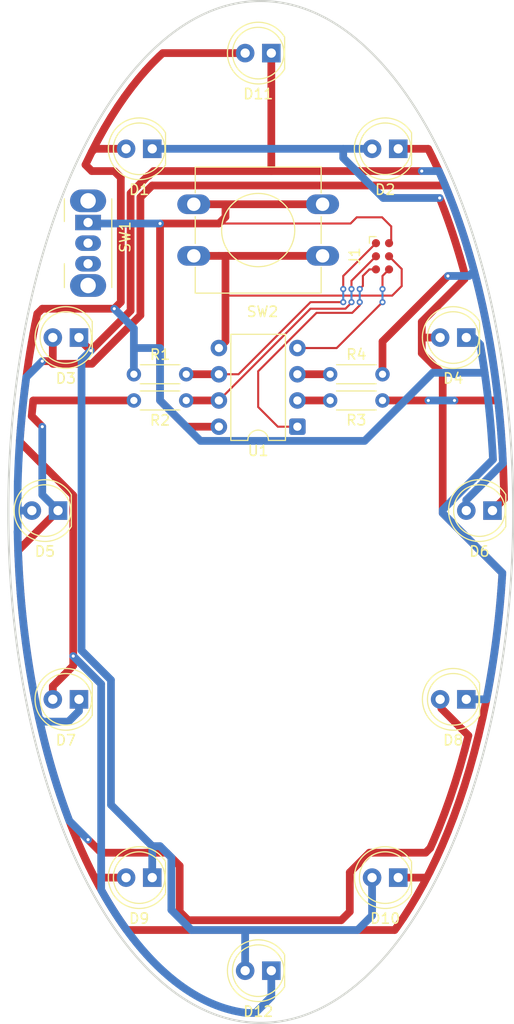
<source format=kicad_pcb>
(kicad_pcb (version 20241229) (generator "pcbnew") (generator_version "9.0")
  (layers (0 "F.Cu" signal) (2 "B.Cu" signal) (13 "F.Paste" user) (15 "B.Paste" user) (5 "F.SilkS" user "F.Silkscreen") (7 "B.SilkS" user "B.Silkscreen") (1 "F.Mask" user) (3 "B.Mask" user) (25 "Edge.Cuts" user))
  (net 0 "")
  (net 1 "Net-(D1-K)")
  (net 2 "/MOSI{slash}ARD11")
  (net 3 "Net-(D2-K)")
  (net 4 "/MISO{slash}ARD12")
  (net 5 "Net-(D1-A)")
  (net 6 "+VE")
  (net 7 "GND")
  (net 8 "/SCK{slash}ARD13")
  (net 9 "Net-(D10-A)")
  (net 10 "/Reset{slash}ARD10")
  (net 11 "Net-(U1-XTAL1{slash}PB3)")
  (net 12 "Net-(U1-XTAL2{slash}PB4)")
  (net 14 "Net-(BT1-+)")
  (footprint "Resistor_THT:R_Axial_DIN0204_L3.6mm_D1.6mm_P5.08mm_Horizontal" (layer "F.Cu") (at 68.58 88.9 180)
    (property "Reference" "R1")
    (property "Value" "390")
  )
  (footprint "LED_THT:LED_D5.0mm" (layer "F.Cu") (at 89.159 137.668 180)
    (property "Reference" "D10")
    (property "Value" "5b")
  )
  (footprint "LED_THT:LED_D5.0mm" (layer "F.Cu") (at 58.171 120.396 180)
    (property "Reference" "D7")
    (property "Value" "4a")
  )
  (footprint "LED_THT:LED_D5.0mm" (layer "F.Cu") (at 65.283 137.668 180)
    (property "Reference" "D9")
    (property "Value" "5a")
  )
  (footprint "LED_THT:LED_D5.0mm" (layer "F.Cu") (at 95.763 120.396 180)
    (property "Reference" "D8")
    (property "Value" "4b")
  )
  (footprint "Button_Switch_THT:SW_PUSH-12mm" (layer "F.Cu") (at 81.815 77.43 180)
    (property "Reference" "SW2")
    (property "Value" "SW_Push")
  )
  (footprint "LED_THT:LED_D5.0mm" (layer "F.Cu") (at 76.84 146.685 180)
    (property "Reference" "D12")
    (property "Value" "6b")
  )
  (footprint "Resistor_THT:R_Axial_DIN0204_L3.6mm_D1.6mm_P5.08mm_Horizontal" (layer "F.Cu") (at 68.58 91.44 180)
    (property "Reference" "R2")
    (property "Value" "390")
  )
  (footprint "LED_THT:LED_D5.0mm" (layer "F.Cu") (at 56.139 102.108 180)
    (property "Reference" "D5")
    (property "Value" "2b")
  )
  (footprint "LED_THT:LED_D5.0mm" (layer "F.Cu") (at 76.84 57.785 180)
    (property "Reference" "D11")
    (property "Value" "6a")
  )
  (footprint "Resistor_THT:R_Axial_DIN0204_L3.6mm_D1.6mm_P5.08mm_Horizontal" (layer "F.Cu") (at 82.55 91.44)
    (property "Reference" "R3")
    (property "Value" "390")
  )
  (footprint "LED_THT:LED_D5.0mm" (layer "F.Cu") (at 58.171 85.344 180)
    (property "Reference" "D3")
    (property "Value" "3a")
  )
  (footprint "MountingHole:MountingHole_5mm" (layer "F.Cu") (at 83.185 60.325)
    (property "Reference" "Lanyard1" (hide yes))
    (property "Value" "MountingHole" (hide yes))
  )
  (footprint "Connector:Tag-Connect_TC2030-IDC-NL_2x03_P1.27mm_Vertical" (layer "F.Cu") (at 87.63 77.47 -90)
    (property "Reference" "J1")
    (property "Value" "ICSP")
  )
  (footprint "LED_THT:LED_D5.0mm" (layer "F.Cu") (at 98.303 102.108 180)
    (property "Reference" "D6")
    (property "Value" "3b")
  )
  (footprint "LED_THT:LED_D5.0mm" (layer "F.Cu") (at 65.283 67.056 180)
    (property "Reference" "D1")
    (property "Value" "1a")
  )
  (footprint "LED_THT:LED_D5.0mm" (layer "F.Cu") (at 89.159 67.056 180)
    (property "Reference" "D2")
    (property "Value" "2a")
  )
  (footprint "Resistor_THT:R_Axial_DIN0204_L3.6mm_D1.6mm_P5.08mm_Horizontal" (layer "F.Cu") (at 82.55 88.9)
    (property "Reference" "R4")
    (property "Value" "390")
  )
  (footprint "LED_THT:LED_D5.0mm" (layer "F.Cu") (at 95.763 85.344 180)
    (property "Reference" "D4")
    (property "Value" "1b")
  )
  (footprint "Package_DIP:DIP-8_W7.62mm" (layer "F.Cu") (at 79.37 93.98 180)
    (property "Reference" "U1")
    (property "Value" "ATtiny85-20P")
  )
  (footprint "Button_Switch_THT:SW_Slide_SPDT_Angled_CK_OS102011MA1Q" (layer "F.Cu") (at 59.055 74.2 -90)
    (property "Reference" "SW1")
    (property "Value" "SW_SPDT")
  )
  (gr_curve (pts (xy 75.813 52.74) (xy 62.282024 52.74) (xy 51.313 74.901905) (xy 51.313 102.24)) (stroke (width 0.2)) (layer "Edge.Cuts"))
  (gr_curve (pts (xy 100.313 102.24) (xy 100.313 74.901905) (xy 89.343976 52.74) (xy 75.813 52.74)) (stroke (width 0.2)) (layer "Edge.Cuts"))
  (gr_curve (pts (xy 75.813 151.74) (xy 89.343976 151.74) (xy 100.313 129.578095) (xy 100.313 102.24)) (stroke (width 0.2)) (layer "Edge.Cuts"))
  (gr_circle (center 75.813 102.24) (end 75.823 102.24) (stroke (width 0.0001)) (fill yes) (layer "Edge.Cuts"))
  (gr_curve (pts (xy 51.313 102.24) (xy 51.313 129.578095) (xy 62.282024 151.74) (xy 75.813 151.74)) (stroke (width 0.2)) (layer "Edge.Cuts"))
  (segment (start 98.950037 112.064861) (end 98.848641 113.023294) (width 0.75) (layer "F.Cu") (net 1))
  (segment (start 94.536002 131.789109) (end 93.983129 133.208906) (width 0.75) (layer "F.Cu") (net 1))
  (segment (start 58.541671 135.307445) (end 58.841305 135.956304) (width 0.75) (layer "F.Cu") (net 1))
  (segment (start 98.848641 113.023294) (end 98.737958 113.975494) (width 0.75) (layer "F.Cu") (net 1))
  (segment (start 93.354607 72.264385) (end 93.178254 71.821378) (width 0.75) (layer "F.Cu") (net 1))
  (segment (start 57.385557 132.56164) (end 57.666703 133.267892) (width 0.75) (layer "F.Cu") (net 1))
  (segment (start 93.472 88.9) (end 93.472 102.362) (width 0.75) (layer "F.Cu") (net 1))
  (segment (start 53.576335 118.625189) (end 53.740144 119.530603) (width 0.75) (layer "F.Cu") (net 1))
  (segment (start 59.919594 137.668) (end 62.743 137.668) (width 0.75) (layer "F.Cu") (net 1))
  (segment (start 61.045673 140.09515) (end 61.371054 140.624336) (width 0.75) (layer "F.Cu") (net 1))
  (segment (start 53.274585 116.789427) (end 53.421131 117.711491) (width 0.75) (layer "F.Cu") (net 1))
  (segment (start 94.410485 75.186683) (end 94.155326 74.43717) (width 0.75) (layer "F.Cu") (net 1))
  (segment (start 59.76674 137.820854) (end 59.919594 137.668) (width 0.75) (layer "F.Cu") (net 1))
  (segment (start 58.841305 135.956304) (end 59.146541 136.593739) (width 0.75) (layer "F.Cu") (net 1))
  (segment (start 92.82129 135.878167) (end 92.216034 137.125583) (width 0.75) (layer "F.Cu") (net 1))
  (segment (start 55.112989 125.596026) (end 55.33965 126.420462) (width 0.75) (layer "F.Cu") (net 1))
  (segment (start 53.421131 117.711491) (end 53.576335 118.625189) (width 0.75) (layer "F.Cu") (net 1))
  (segment (start 56.572305 130.354869) (end 56.83804 131.104779) (width 0.75) (layer "F.Cu") (net 1))
  (segment (start 95.370849 78.317003) (end 95.14076 77.516794) (width 0.75) (layer "F.Cu") (net 1))
  (segment (start 96.51766 125.578551) (end 96.060285 127.207036) (width 0.75) (layer "F.Cu") (net 1))
  (segment (start 95.594592 79.665408) (end 95.594592 79.130827) (width 0.75) (layer "F.Cu") (net 1))
  (segment (start 62.364106 142.12836) (end 62.697117 142.597527) (width 0.75) (layer "F.Cu") (net 1))
  (segment (start 59.146541 136.593739) (end 59.453961 137.213) (width 0.75) (layer "F.Cu") (net 1))
  (segment (start 98.618159 114.920519) (end 98.48932 115.858305) (width 0.75) (layer "F.Cu") (net 1))
  (segment (start 61.700827 141.14187) (end 62.030407 141.640918) (width 0.75) (layer "F.Cu") (net 1))
  (segment (start 52.260804 105.986196) (end 52.2677 106.218183) (width 0.75) (layer "F.Cu") (net 1))
  (segment (start 54.681972 123.915002) (end 54.893978 124.76182) (width 0.75) (layer "F.Cu") (net 1))
  (segment (start 98.205122 117.709947) (end 98.049971 118.623438) (width 0.75) (layer "F.Cu") (net 1))
  (segment (start 52.676495 112.070158) (end 52.777852 113.027738) (width 0.75) (layer "F.Cu") (net 1))
  (segment (start 54.893978 124.76182) (end 55.112989 125.596026) (width 0.75) (layer "F.Cu") (net 1))
  (segment (start 61.371054 140.624336) (end 61.700827 141.14187) (width 0.75) (layer "F.Cu") (net 1))
  (segment (start 97.346266 122.183809) (end 96.946845 123.903294) (width 0.75) (layer "F.Cu") (net 1))
  (segment (start 60.081051 138.410252) (end 60.400389 138.988113) (width 0.75) (layer "F.Cu") (net 1))
  (segment (start 57.954046 133.962998) (end 58.244925 134.640911) (width 0.75) (layer "F.Cu") (net 1))
  (segment (start 91.44 86.868) (end 93.472 88.9) (width 0.75) (layer "F.Cu") (net 1))
  (segment (start 94.660472 75.951619) (end 94.410485 75.186683) (width 0.75) (layer "F.Cu") (net 1))
  (segment (start 94.155326 74.43717) (end 93.893595 73.698557) (width 0.75) (layer "F.Cu") (net 1))
  (segment (start 52.888354 113.978065) (end 53.008112 114.922567) (width 0.75) (layer "F.Cu") (net 1))
  (segment (start 53.580224 92.950224) (end 53.622204 92.510292) (width 0.75) (layer "F.Cu") (net 1))
  (segment (start 99.124723 110.129521) (end 99.042146 111.099598) (width 0.75) (layer "F.Cu") (net 1))
  (segment (start 93.893595 73.698557) (end 93.627251 72.975955) (width 0.75) (layer "F.Cu") (net 1))
  (segment (start 94.903538 76.727044) (end 94.660472 75.951619) (width 0.75) (layer "F.Cu") (net 1))
  (segment (start 53.722549 91.561783) (end 53.736705 91.44) (width 0.75) (layer "F.Cu") (net 1))
  (segment (start 54.092811 121.314056) (end 54.281256 122.190892) (width 0.75) (layer "F.Cu") (net 1))
  (segment (start 95.067693 130.314375) (end 94.536002 131.789109) (width 0.75) (layer "F.Cu") (net 1))
  (segment (start 96.946845 123.903294) (end 96.51766 125.578551) (width 0.75) (layer "F.Cu") (net 1))
  (segment (start 53.622204 92.510292) (end 53.722549 91.561783) (width 0.75) (layer "F.Cu") (net 1))
  (segment (start 62.697117 142.597527) (end 62.807881 142.748) (width 0.75) (layer "F.Cu") (net 1))
  (segment (start 93.410947 134.572293) (end 92.82129 135.878167) (width 0.75) (layer "F.Cu") (net 1))
  (segment (start 98.351603 116.788196) (end 98.205122 117.709947) (width 0.75) (layer "F.Cu") (net 1))
  (segment (start 98.48932 115.858305) (end 98.351603 116.788196) (width 0.75) (layer "F.Cu") (net 1))
  (segment (start 54.61 93.98) (end 53.580224 92.950224) (width 0.75) (layer "F.Cu") (net 1))
  (segment (start 56.059797 128.818358) (end 56.313381 129.594298) (width 0.75) (layer "F.Cu") (net 1))
  (segment (start 54.477874 123.058754) (end 54.681972 123.915002) (width 0.75) (layer "F.Cu") (net 1))
  (segment (start 58.244925 134.640911) (end 58.541671 135.307445) (width 0.75) (layer "F.Cu") (net 1))
  (segment (start 98.049971 118.623438) (end 97.886428 119.527536) (width 0.75) (layer "F.Cu") (net 1))
  (segment (start 89.159 137.668) (end 91.928906 137.668) (width 0.75) (layer "F.Cu") (net 1))
  (segment (start 59.453961 137.213) (end 59.76674 137.820854) (width 0.75) (layer "F.Cu") (net 1))
  (segment (start 91.44 83.82) (end 95.594592 79.665408) (width 0.75) (layer "F.Cu") (net 1))
  (segment (start 95.576399 128.786326) (end 95.067693 130.314375) (width 0.75) (layer "F.Cu") (net 1))
  (segment (start 91.928906 137.668) (end 91.938453 137.658453) (width 0.75) (layer "F.Cu") (net 1))
  (segment (start 93.983129 133.208906) (end 93.410947 134.572293) (width 0.75) (layer "F.Cu") (net 1))
  (segment (start 91.44 85.344) (end 91.44 86.868) (width 0.75) (layer "F.Cu") (net 1))
  (segment (start 55.813328 128.032077) (end 56.059797 128.818358) (width 0.75) (layer "F.Cu") (net 1))
  (segment (start 96.060285 127.207036) (end 95.576399 128.786326) (width 0.75) (layer "F.Cu") (net 1))
  (segment (start 60.720669 139.547423) (end 61.045673 140.09515) (width 0.75) (layer "F.Cu") (net 1))
  (segment (start 89.674988 141.522167) (end 90.324806 140.512143) (width 0.75) (layer "F.Cu") (net 1))
  (segment (start 93.472 102.362) (end 99.2624 108.1524) (width 0.75) (layer "F.Cu") (net 1))
  (segment (start 53.136871 115.85965) (end 53.274585 116.789427) (width 0.75) (layer "F.Cu") (net 1))
  (segment (start 55.33965 126.420462) (end 55.572815 127.23137) (width 0.75) (layer "F.Cu") (net 1))
  (segment (start 53.008112 114.922567) (end 53.136871 115.85965) (width 0.75) (layer "F.Cu") (net 1))
  (segment (start 55.572815 127.23137) (end 55.813328 128.032077) (width 0.75) (layer "F.Cu") (net 1))
  (segment (start 56.83804 131.104779) (end 57.108549 131.838681) (width 0.75) (layer "F.Cu") (net 1))
  (segment (start 99.2624 108.1524) (end 99.261308 108.172403) (width 0.75) (layer "F.Cu") (net 1))
  (segment (start 56.313381 129.594298) (end 56.572305 130.354869) (width 0.75) (layer "F.Cu") (net 1))
  (segment (start 89.018222 142.473159) (end 89.674988 141.522167) (width 0.75) (layer "F.Cu") (net 1))
  (segment (start 99.197865 109.15282) (end 99.124723 110.129521) (width 0.75) (layer "F.Cu") (net 1))
  (segment (start 52.5846 111.107866) (end 52.676495 112.070158) (width 0.75) (layer "F.Cu") (net 1))
  (segment (start 91.44 85.344) (end 91.44 83.82) (width 0.75) (layer "F.Cu") (net 1))
  (segment (start 91.597036 138.313871) (end 91.938453 137.658453) (width 0.75) (layer "F.Cu") (net 1))
  (segment (start 93.627251 72.975955) (end 93.354607 72.264385) (width 0.75) (layer "F.Cu") (net 1))
  (segment (start 92.216034 137.125583) (end 91.938453 137.658453) (width 0.75) (layer "F.Cu") (net 1))
  (segment (start 53.912294 120.42671) (end 54.092811 121.314056) (width 0.75) (layer "F.Cu") (net 1))
  (segment (start 88.814314 142.748) (end 89.018222 142.473159) (width 0.75) (layer "F.Cu") (net 1))
  (segment (start 93.223 85.344) (end 91.44 85.344) (width 0.75) (layer "F.Cu") (net 1))
  (segment (start 57.108549 131.838681) (end 57.385557 132.56164) (width 0.75) (layer "F.Cu") (net 1))
  (segment (start 90.966004 139.442831) (end 91.597036 138.313871) (width 0.75) (layer "F.Cu") (net 1))
  (segment (start 59.76674 137.820854) (end 60.081051 138.410252) (width 0.75) (layer "F.Cu") (net 1))
  (segment (start 97.886428 119.527536) (end 97.714908 120.420569) (width 0.75) (layer "F.Cu") (net 1))
  (segment (start 62.807881 142.748) (end 88.814314 142.748) (width 0.75) (layer "F.Cu") (net 1))
  (segment (start 98.737958 113.975494) (end 98.618159 114.920519) (width 0.75) (layer "F.Cu") (net 1))
  (segment (start 60.400389 138.988113) (end 60.720669 139.547423) (width 0.75) (layer "F.Cu") (net 1))
  (segment (start 90.324806 140.512143) (end 90.966004 139.442831) (width 0.75) (layer "F.Cu") (net 1))
  (segment (start 95.594592 79.130827) (end 95.370849 78.317003) (width 0.75) (layer "F.Cu") (net 1))
  (segment (start 97.714908 120.420569) (end 97.346266 122.183809) (width 0.75) (layer "F.Cu") (net 1))
  (segment (start 52.50221 110.141033) (end 52.5846 111.107866) (width 0.75) (layer "F.Cu") (net 1))
  (segment (start 52.777852 113.027738) (end 52.888354 113.978065) (width 0.75) (layer "F.Cu") (net 1))
  (segment (start 54.281256 122.190892) (end 54.477874 123.058754) (width 0.75) (layer "F.Cu") (net 1))
  (segment (start 62.030407 141.640918) (end 62.364106 142.12836) (width 0.75) (layer "F.Cu") (net 1))
  (segment (start 99.042146 111.099598) (end 98.950037 112.064861) (width 0.75) (layer "F.Cu") (net 1))
  (segment (start 99.261308 108.172403) (end 99.197865 109.15282) (width 0.75) (layer "F.Cu") (net 1))
  (segment (start 95.14076 77.516794) (end 94.903538 76.727044) (width 0.75) (layer "F.Cu") (net 1))
  (segment (start 53.740144 119.530603) (end 53.912294 120.42671) (width 0.75) (layer "F.Cu") (net 1))
  (segment (start 53.736705 91.44) (end 63.5 91.44) (width 0.75) (layer "F.Cu") (net 1))
  (segment (start 57.666703 133.267892) (end 57.954046 133.962998) (width 0.75) (layer "F.Cu") (net 1))
  (segment (start 56.139 102.108) (end 52.260804 105.986196) (width 0.75) (layer "F.Cu") (net 1))
  (segment (start 52.2677 106.218183) (end 52.365607 108.187176) (width 0.75) (layer "F.Cu") (net 1))
  (segment (start 52.365607 108.187176) (end 52.50221 110.141033) (width 0.75) (layer "F.Cu") (net 1))
  (via (at 93.178254 71.821378) (size 0.6) (drill 0.3) (layers "F.Cu" "B.Cu") (net 1))
  (via (at 54.61 93.98) (size 0.6) (drill 0.3) (layers "F.Cu" "B.Cu") (net 1))
  (segment (start 54.61 93.98) (end 54.61 100.579) (width 0.75) (layer "B.Cu") (net 1))
  (segment (start 86.619 67.056) (end 65.283 67.056) (width 0.75) (layer "B.Cu") (net 1))
  (segment (start 83.82 67.945) (end 83.82 67.056) (width 0.75) (layer "B.Cu") (net 1))
  (segment (start 93.178254 71.821378) (end 87.696378 71.821378) (width 0.75) (layer "B.Cu") (net 1))
  (segment (start 87.696378 71.821378) (end 83.82 67.945) (width 0.75) (layer "B.Cu") (net 1))
  (segment (start 54.61 100.579) (end 56.139 102.108) (width 0.75) (layer "B.Cu") (net 1))
  (segment (start 69.315 77.43) (end 71.755 77.43) (width 0.75) (layer "F.Cu") (net 2))
  (segment (start 89.4923 80.360549) (end 88.572849 81.28) (width 0.2) (layer "F.Cu") (net 2))
  (segment (start 88.265 77.47) (end 89.4923 78.6973) (width 0.2) (layer "F.Cu") (net 2))
  (segment (start 72.39 81.28) (end 72.39 77.43) (width 0.75) (layer "F.Cu") (net 2))
  (segment (start 88.572849 81.28) (end 85.665 81.28) (width 0.2) (layer "F.Cu") (net 2))
  (segment (start 89.4923 78.6973) (end 89.4923 80.360549) (width 0.2) (layer "F.Cu") (net 2))
  (segment (start 85.665 81.28) (end 72.39 81.28) (width 0.2) (layer "F.Cu") (net 2))
  (segment (start 71.75 86.36) (end 72.39 85.72) (width 0.75) (layer "F.Cu") (net 2))
  (segment (start 72.39 85.72) (end 72.39 81.28) (width 0.75) (layer "F.Cu") (net 2))
  (segment (start 71.755 77.43) (end 81.815 77.43) (width 0.75) (layer "F.Cu") (net 2))
  (segment (start 93.345 121.285) (end 93.345 120.518) (width 0.75) (layer "F.Cu") (net 3))
  (segment (start 84.455 140.97) (end 84.455 137.16) (width 0.75) (layer "F.Cu") (net 3))
  (segment (start 99.12379 94.33897) (end 99.260394 96.29283) (width 0.75) (layer "F.Cu") (net 3))
  (segment (start 93.576951 70.612) (end 65.278 70.612) (width 0.75) (layer "F.Cu") (net 3))
  (segment (start 98.737647 90.501939) (end 98.84815 91.452275) (width 0.75) (layer "F.Cu") (net 3))
  (segment (start 98.949505 92.409839) (end 99.041399 93.372127) (width 0.75) (layer "F.Cu") (net 3))
  (segment (start 99.260394 96.29283) (end 99.3583 98.261812) (width 0.75) (layer "F.Cu") (net 3))
  (segment (start 93.345 120.518) (end 93.223 120.396) (width 0.75) (layer "F.Cu") (net 3))
  (segment (start 92.479463 67.886267) (end 92.784689 68.523682) (width 0.75) (layer "F.Cu") (net 3))
  (segment (start 93.671953 70.516998) (end 93.576951 70.612) (width 0.75) (layer "F.Cu") (net 3))
  (segment (start 95.599118 125.331973) (end 95.964757 123.904757) (width 0.75) (layer "F.Cu") (net 3))
  (segment (start 93.101443 132.852279) (end 93.645442 131.455271) (width 0.75) (layer "F.Cu") (net 3))
  (segment (start 99.417254 100.245123) (end 99.424576 100.986424) (width 0.75) (layer "F.Cu") (net 3))
  (segment (start 95.312623 74.885714) (end 95.0537 74.125146) (width 0.75) (layer "F.Cu") (net 3))
  (segment (start 83.628 141.797) (end 84.455 140.97) (width 0.75) (layer "F.Cu") (net 3))
  (segment (start 94.670473 128.49679) (end 95.14774 126.939103) (width 0.75) (layer "F.Cu") (net 3))
  (segment (start 92.784689 68.523682) (end 93.084336 69.172571) (width 0.75) (layer "F.Cu") (net 3))
  (segment (start 66.675 135.255) (end 67.945 136.525) (width 0.75) (layer "F.Cu") (net 3))
  (segment (start 98.204866 86.768496) (end 98.351413 87.690562) (width 0.75) (layer "F.Cu") (net 3))
  (segment (start 67.945 136.525) (end 67.945 140.97) (width 0.75) (layer "F.Cu") (net 3))
  (segment (start 93.084336 69.172571) (end 93.345 69.758058) (width 0.75) (layer "F.Cu") (net 3))
  (segment (start 97.885853 84.949384) (end 98.049664 85.854808) (width 0.75) (layer "F.Cu") (net 3))
  (segment (start 95.0537 74.125146) (end 94.787964 73.375231) (width 0.75) (layer "F.Cu") (net 3))
  (segment (start 98.049664 85.854808) (end 98.204866 86.768496) (width 0.75) (layer "F.Cu") (net 3))
  (segment (start 97.533192 83.165959) (end 97.713707 84.053293) (width 0.75) (layer "F.Cu") (net 3))
  (segment (start 92.063466 67.056) (end 92.17206 67.267041) (width 0.75) (layer "F.Cu") (net 3))
  (segment (start 96.286361 78.059577) (end 96.053176 77.248599) (width 0.75) (layer "F.Cu") (net 3))
  (segment (start 97.148129 81.421261) (end 97.344754 82.289153) (width 0.75) (layer "F.Cu") (net 3))
  (segment (start 95.566211 75.661668) (end 95.312623 74.885714) (width 0.75) (layer "F.Cu") (net 3))
  (segment (start 92.538961 134.192551) (end 93.101443 132.852279) (width 0.75) (layer "F.Cu") (net 3))
  (segment (start 98.48913 88.620358) (end 98.617889 89.557439) (width 0.75) (layer "F.Cu") (net 3))
  (segment (start 94.615 91.44) (end 98.835875 91.44) (width 0.75) (layer "F.Cu") (net 3))
  (segment (start 99.424576 100.986424) (end 98.303 102.108) (width 0.75) (layer "F.Cu") (net 3))
  (segment (start 93.381078 69.839095) (end 93.671953 70.516998) (width 0.75) (layer "F.Cu") (net 3))
  (segment (start 68.772 141.797) (end 83.628 141.797) (width 0.75) (layer "F.Cu") (net 3))
  (segment (start 86.36 135.255) (end 91.813328 135.255) (width 0.75) (layer "F.Cu") (net 3))
  (segment (start 87.63 91.44) (end 92.075 91.44) (width 0.75) (layer "F.Cu") (net 3))
  (segment (start 95.14774 126.939103) (end 95.599118 125.331973) (width 0.75) (layer "F.Cu") (net 3))
  (segment (start 98.252552 102.057552) (end 98.303 102.108) (width 0.2) (layer "F.Cu") (net 3))
  (segment (start 92.17206 67.267041) (end 92.479467 67.886278) (width 0.75) (layer "F.Cu") (net 3))
  (segment (start 95.812668 76.44791) (end 95.566211 75.661668) (width 0.75) (layer "F.Cu") (net 3))
  (segment (start 97.344754 82.289153) (end 97.533192 83.165959) (width 0.75) (layer "F.Cu") (net 3))
  (segment (start 97.713707 84.053293) (end 97.885853 84.949384) (width 0.75) (layer "F.Cu") (net 3))
  (segment (start 67.945 140.97) (end 68.772 141.797) (width 0.75) (layer "F.Cu") (net 3))
  (segment (start 94.240451 71.918379) (end 94.323835 72.136002) (width 0.75) (layer "F.Cu") (net 3))
  (segment (start 84.455 137.16) (end 86.36 135.255) (width 0.75) (layer "F.Cu") (net 3))
  (segment (start 99.041399 93.372127) (end 99.12379 94.33897) (width 0.75) (layer "F.Cu") (net 3))
  (segment (start 93.671953 70.516998) (end 93.959308 71.212134) (width 0.75) (layer "F.Cu") (net 3))
  (segment (start 55.377 87.63) (end 55.631 87.884) (width 0.75) (layer "F.Cu") (net 3))
  (segment (start 91.813328 135.255) (end 92.261664 134.806664) (width 0.75) (layer "F.Cu") (net 3))
  (segment (start 96.94404 80.565049) (end 97.148129 81.421261) (width 0.75) (layer "F.Cu") (net 3))
  (segment (start 89.159 67.056) (end 92.063466 67.056) (width 0.75) (layer "F.Cu") (net 3))
  (segment (start 94.517451 72.641319) (end 94.323835 72.136002) (width 0.75) (layer "F.Cu") (net 3))
  (segment (start 98.835875 91.44) (end 98.84815 91.452275) (width 0.75) (layer "F.Cu") (net 3))
  (segment (start 96.732022 79.718179) (end 96.513012 78.883977) (width 0.75) (layer "F.Cu") (net 3))
  (segment (start 93.959312 71.212145) (end 93.711224 70.612) (width 0.75) (layer "F.Cu") (net 3))
  (segment (start 98.351413 87.690562) (end 98.48913 88.620358) (width 0.75) (layer "F.Cu") (net 3))
  (segment (start 94.240451 71.918379) (end 93.959312 71.212145) (width 0.75) (layer "F.Cu") (net 3))
  (segment (start 95.964757 123.904757) (end 93.345 121.285) (width 0.75) (layer "F.Cu") (net 3))
  (segment (start 93.645442 131.455271) (end 94.169087 130.002851) (width 0.75) (layer "F.Cu") (net 3))
  (segment (start 98.617889 89.557439) (end 98.737647 90.501939) (width 0.75) (layer "F.Cu") (net 3))
  (segment (start 96.741491 79.756) (end 96.94404 80.565049) (width 0.75) (layer "F.Cu") (net 3))
  (segment (start 94.787964 73.375231) (end 94.517451 72.641319) (width 0.75) (layer "F.Cu") (net 3))
  (segment (start 54.61 87.63) (end 55.377 87.63) (width 0.75) (layer "F.Cu") (net 3))
  (segment (start 93.381077 69.839092) (end 93.671953 70.516998) (width 0.75) (layer "F.Cu") (net 3))
  (segment (start 64.135 71.755) (end 64.135 83.185) (width 0.75) (layer "F.Cu") (net 3))
  (segment (start 65.278 70.612) (end 64.135 71.755) (width 0.75) (layer "F.Cu") (net 3))
  (segment (start 55.631 85.344) (end 55.631 87.884) (width 0.75) (layer "F.Cu") (net 3))
  (segment (start 96.053176 77.248599) (end 95.812668 76.44791) (width 0.75) (layer "F.Cu") (net 3))
  (segment (start 92.17206 67.267041) (end 92.479463 67.886267) (width 0.75) (layer "F.Cu") (net 3))
  (segment (start 96.741491 79.756) (end 96.732022 79.718179) (width 0.75) (layer "F.Cu") (net 3))
  (segment (start 94.169087 130.002851) (end 94.670473 128.49679) (width 0.75) (layer "F.Cu") (net 3))
  (segment (start 59.055 133.985) (end 60.325 135.255) (width 0.75) (layer "F.Cu") (net 3))
  (segment (start 93.959308 71.212134) (end 94.240451 71.918379) (width 0.75) (layer "F.Cu") (net 3))
  (segment (start 96.513012 78.883977) (end 96.286361 78.059577) (width 0.75) (layer "F.Cu") (net 3))
  (segment (start 99.3583 98.261812) (end 99.417254 100.245123) (width 0.75) (layer "F.Cu") (net 3))
  (segment (start 59.436 87.884) (end 55.631 87.884) (width 0.75) (layer "F.Cu") (net 3))
  (segment (start 98.84815 91.452275) (end 98.949505 92.409839) (width 0.75) (layer "F.Cu") (net 3))
  (segment (start 64.135 83.185) (end 59.436 87.884) (width 0.75) (layer "F.Cu") (net 3))
  (segment (start 92.261664 134.806664) (end 92.538961 134.192551) (width 0.75) (layer "F.Cu") (net 3))
  (segment (start 60.325 135.255) (end 66.675 135.255) (width 0.75) (layer "F.Cu") (net 3))
  (via (at 92.075 91.44) (size 0.6) (drill 0.3) (layers "F.Cu" "B.Cu") (net 3))
  (via (at 54.61 87.63) (size 0.6) (drill 0.3) (layers "F.Cu" "B.Cu") (net 3))
  (via (at 59.055 133.985) (size 0.6) (drill 0.3) (layers "F.Cu" "B.Cu") (net 3))
  (via (at 94.615 91.44) (size 0.6) (drill 0.3) (layers "F.Cu" "B.Cu") (net 3))
  (segment (start 57.108553 131.838691) (end 56.838033 131.104759) (width 0.75) (layer "B.Cu") (net 3))
  (segment (start 54.450064 122.936002) (end 54.450064 122.850064) (width 0.75) (layer "B.Cu") (net 3))
  (segment (start 54.893971 124.761794) (end 54.681966 123.914975) (width 0.75) (layer "B.Cu") (net 3))
  (segment (start 52.208746 104.234895) (end 52.207672 104.126096) (width 0.75) (layer "B.Cu") (net 3))
  (segment (start 54.61 87.63) (end 53.059973 89.180027) (width 0.75) (layer "B.Cu") (net 3))
  (segment (start 53.912293 120.426707) (end 53.740146 119.530614) (width 0.75) (layer "B.Cu") (net 3))
  (segment (start 52.777853 113.027746) (end 52.676496 112.070163) (width 0.75) (layer "B.Cu") (net 3))
  (segment (start 52.267702 106.218231) (end 52.224801 104.775) (width 0.75) (layer "B.Cu") (net 3))
  (segment (start 52.584602 111.10788) (end 52.502211 110.141038) (width 0.75) (layer "B.Cu") (net 3))
  (segment (start 52.31084 97.294171) (end 52.26681 98.283474) (width 0.75) (layer "B.Cu") (net 3))
  (segment (start 56.572296 130.354842) (end 56.313369 129.594262) (width 0.75) (layer "B.Cu") (net 3))
  (segment (start 52.26681 98.283474) (end 52.232518 99.278291) (width 0.75) (layer "B.Cu") (net 3))
  (segment (start 52.232518 99.278291) (end 52.221469 99.72977) (width 0.75) (layer "B.Cu") (net 3))
  (segment (start 52.502211 110.141038) (end 52.365607 108.187178) (width 0.75) (layer "B.Cu") (net 3))
  (segment (start 52.777357 91.456721) (end 52.675962 92.415152) (width 0.75) (layer "B.Cu") (net 3))
  (segment (start 54.477864 123.058709) (end 54.450064 122.936002) (width 0.75) (layer "B.Cu") (net 3))
  (segment (start 52.221469 99.72977) (end 52.221469 102.108) (width 0.75) (layer "B.Cu") (net 3))
  (segment (start 56.059791 128.818338) (end 55.813328 128.032077) (width 0.75) (layer "B.Cu") (net 3))
  (segment (start 52.364689 96.307658) (end 52.31084 97.294171) (width 0.75) (layer "B.Cu") (net 3))
  (segment (start 55.813328 128.032077) (end 55.5728 127.231319) (width 0.75) (layer "B.Cu") (net 3))
  (segment (start 52.365607 108.187178) (end 52.267702 106.218231) (width 0.75) (layer "B.Cu") (net 3))
  (segment (start 53.740146 119.530614) (end 53.576337 118.625198) (width 0.75) (layer "B.Cu") (net 3))
  (segment (start 56.838033 131.104759) (end 56.572296 130.354842) (width 0.75) (layer "B.Cu") (net 3))
  (segment (start 58.171 121.534) (end 57.15 122.555) (width 0.75) (layer "B.Cu") (net 3))
  (segment (start 58.171 120.396) (end 58.171 121.534) (width 0.75) (layer "B.Cu") (net 3))
  (segment (start 52.88804 90.504515) (end 52.777357 91.456721) (width 0.75) (layer "B.Cu") (net 3))
  (segment (start 53.008111 114.922562) (end 52.888354 113.978067) (width 0.75) (layer "B.Cu") (net 3))
  (segment (start 52.221469 102.108) (end 52.221469 104.662909) (width 0.75) (layer "B.Cu") (net 3))
  (segment (start 53.136875 115.859675) (end 53.008111 114.922562) (width 0.75) (layer "B.Cu") (net 3))
  (segment (start 55.112982 125.596001) (end 54.893971 124.761794) (width 0.75) (layer "B.Cu") (net 3))
  (segment (start 92.075 91.44) (end 94.615 91.44) (width 0.75) (layer "B.Cu") (net 3))
  (segment (start 52.676496 112.070163) (end 52.584602 111.10788) (width 0.75) (layer "B.Cu") (net 3))
  (segment (start 52.221469 104.662909) (end 52.224801 104.775) (width 0.75) (layer "B.Cu") (net 3))
  (segment (start 52.428135 95.327181) (end 52.364689 96.307658) (width 0.75) (layer "B.Cu") (net 3))
  (segment (start 53.42114 117.711542) (end 53.274589 116.789451) (width 0.75) (layer "B.Cu") (net 3))
  (segment (start 54.450064 122.850064) (end 54.424891 122.824891) (width 0.75) (layer "B.Cu") (net 3))
  (segment (start 52.675962 92.415152) (end 52.583851 93.380432) (width 0.75) (layer "B.Cu") (net 3))
  (segment (start 56.313369 129.594262) (end 56.059791 128.818338) (width 0.75) (layer "B.Cu") (net 3))
  (segment (start 52.583851 93.380432) (end 52.501275 94.350505) (width 0.75) (layer "B.Cu") (net 3))
  (segment (start 55.5728 127.231319) (end 55.339635 126.420407) (width 0.75) (layer "B.Cu") (net 3))
  (segment (start 52.224801 104.775) (end 52.208746 104.234895) (width 0.75) (layer "B.Cu") (net 3))
  (segment (start 53.274589 116.789451) (end 53.136875 115.859675) (width 0.75) (layer "B.Cu") (net 3))
  (segment (start 52.221469 102.108) (end 53.599 102.108) (width 0.75) (layer "B.Cu") (net 3))
  (segment (start 52.501275 94.350505) (end 52.428135 95.327181) (width 0.75) (layer "B.Cu") (net 3))
  (segment (start 57.232699 132.162699) (end 57.108553 131.838691) (width 0.75) (layer "B.Cu") (net 3))
  (segment (start 52.888354 113.978067) (end 52.777853 113.027746) (width 0.75) (layer "B.Cu") (net 3))
  (segment (start 54.092813 121.314065) (end 53.912293 120.426707) (width 0.75) (layer "B.Cu") (net 3))
  (segment (start 54.681966 123.914975) (end 54.477864 123.058709) (width 0.75) (layer "B.Cu") (net 3))
  (segment (start 54.645362 122.555) (end 54.281256 122.190894) (width 0.75) (layer "B.Cu") (net 3))
  (segment (start 53.007838 89.559503) (end 52.88804 90.504515) (width 0.75) (layer "B.Cu") (net 3))
  (segment (start 55.339635 126.420407) (end 55.112982 125.596001) (width 0.75) (layer "B.Cu") (net 3))
  (segment (start 54.424891 122.824891) (end 54.281256 122.190894) (width 0.75) (layer "B.Cu") (net 3))
  (segment (start 54.281256 122.190894) (end 54.092813 121.314065) (width 0.75) (layer "B.Cu") (net 3))
  (segment (start 57.15 122.555) (end 54.645362 122.555) (width 0.75) (layer "B.Cu") (net 3))
  (segment (start 53.059973 89.180027) (end 53.007838 89.559503) (width 0.75) (layer "B.Cu") (net 3))
  (segment (start 59.055 133.985) (end 57.232699 132.162699) (width 0.75) (layer "B.Cu") (net 3))
  (segment (start 54.281256 122.190894) (end 54.155 121.603422) (width 0.75) (layer "B.Cu") (net 3))
  (segment (start 53.576337 118.625198) (end 53.42114 117.711542) (width 0.75) (layer "B.Cu") (net 3))
  (segment (start 52.207672 104.126096) (end 52.221469 104.112299) (width 0.75) (layer "B.Cu") (net 3))
  (segment (start 58.42 120.645) (end 58.171 120.396) (width 0.75) (layer "B.Cu") (net 3))
  (segment (start 84.455 78.74) (end 83.82 79.375) (width 0.2) (layer "F.Cu") (net 4))
  (segment (start 71.75 88.9) (end 68.58 88.9) (width 0.75) (layer "F.Cu") (net 4))
  (segment (start 86.995 76.2) (end 84.455 78.74) (width 0.2) (layer "F.Cu") (net 4))
  (segment (start 80.645 81.915) (end 73.66 88.9) (width 0.2) (layer "F.Cu") (net 4))
  (segment (start 73.66 88.9) (end 71.75 88.9) (width 0.2) (layer "F.Cu") (net 4))
  (segment (start 83.82 79.375) (end 83.82 80.645) (width 0.2) (layer "F.Cu") (net 4))
  (segment (start 83.82 81.915) (end 80.645 81.915) (width 0.2) (layer "F.Cu") (net 4))
  (via (at 83.82 81.915) (size 0.6) (drill 0.3) (layers "F.Cu" "B.Cu") (net 4))
  (via (at 83.82 80.645) (size 0.6) (drill 0.3) (layers "F.Cu" "B.Cu") (net 4))
  (segment (start 83.82 80.645) (end 83.82 81.915) (width 0.2) (layer "B.Cu") (net 4))
  (segment (start 65.276092 58.777899) (end 64.605412 59.500811) (width 0.75) (layer "F.Cu") (net 5))
  (segment (start 74.3 57.785) (end 66.300513 57.785) (width 0.75) (layer "F.Cu") (net 5))
  (segment (start 52.428135 95.327179) (end 52.420966 95.437966) (width 0.75) (layer "F.Cu") (net 5))
  (segment (start 52.675962 92.415153) (end 52.583852 93.380424) (width 0.75) (layer "F.Cu") (net 5))
  (segment (start 53.136676 88.621725) (end 53.007842 89.559476) (width 0.75) (layer "F.Cu") (net 5))
  (segment (start 61.951016 62.957828) (end 61.301193 63.967859) (width 0.75) (layer "F.Cu") (net 5))
  (segment (start 62.607773 62.006847) (end 61.951016 62.957828) (width 0.75) (layer "F.Cu") (net 5))
  (segment (start 53.739574 84.952454) (end 53.576022 85.856607) (width 0.75) (layer "F.Cu") (net 5))
  (segment (start 59.708393 67.056) (end 59.409956 67.354437) (width 0.75) (layer "F.Cu") (net 5))
  (segment (start 54.125342 83.034658) (end 53.911087 84.059452) (width 0.75) (layer "F.Cu") (net 5))
  (segment (start 60.028966 66.166125) (end 59.409956 67.354437) (width 0.75) (layer "F.Cu") (net 5))
  (segment (start 53.576022 85.856607) (end 53.420864 86.770136) (width 0.75) (layer "F.Cu") (net 5))
  (segment (start 66.300513 57.785) (end 65.947368 58.109173) (width 0.75) (layer "F.Cu") (net 5))
  (segment (start 59.409956 67.354437) (end 58.804712 68.60183) (width 0.75) (layer "F.Cu") (net 5))
  (segment (start 64.605412 59.500811) (end 63.936302 60.279242) (width 0.75) (layer "F.Cu") (net 5))
  (segment (start 62.23 69.85) (end 62.23 81.915) (width 0.75) (layer "F.Cu") (net 5))
  (segment (start 59.411384 69.215) (end 61.595 69.215) (width 0.75) (layer "F.Cu") (net 5))
  (segment (start 52.777356 91.456734) (end 52.675962 92.415153) (width 0.75) (layer "F.Cu") (net 5))
  (segment (start 52.420966 95.437966) (end 57.615 100.632) (width 0.75) (layer "F.Cu") (net 5))
  (segment (start 58.804712 68.608328) (end 59.411384 69.215) (width 0.75) (layer "F.Cu") (net 5))
  (segment (start 52.583852 93.380424) (end 52.501277 94.350483) (width 0.75) (layer "F.Cu") (net 5))
  (segment (start 62.743 67.056) (end 59.708393 67.056) (width 0.75) (layer "F.Cu") (net 5))
  (segment (start 53.911087 84.059452) (end 53.739574 84.952454) (width 0.75) (layer "F.Cu") (net 5))
  (segment (start 52.888039 90.504529) (end 52.777356 91.456734) (width 0.75) (layer "F.Cu") (net 5))
  (segment (start 58.804712 68.60183) (end 58.804712 68.608328) (width 0.75) (layer "F.Cu") (net 5))
  (segment (start 62.23 81.915) (end 61.595 82.55) (width 0.75) (layer "F.Cu") (net 5))
  (segment (start 65.947368 58.109173) (end 65.276092 58.777899) (width 0.75) (layer "F.Cu") (net 5))
  (segment (start 57.615 116.205) (end 57.615 117.139208) (width 0.75) (layer "F.Cu") (net 5))
  (segment (start 57.615 100.632) (end 57.615 116.205) (width 0.75) (layer "F.Cu") (net 5))
  (segment (start 53.420864 86.770136) (end 53.274393 87.691829) (width 0.75) (layer "F.Cu") (net 5))
  (segment (start 52.501277 94.350483) (end 52.428135 95.327179) (width 0.75) (layer "F.Cu") (net 5))
  (segment (start 54.61 82.55) (end 54.125342 83.034658) (width 0.75) (layer "F.Cu") (net 5))
  (segment (start 61.595 82.55) (end 54.61 82.55) (width 0.75) (layer "F.Cu") (net 5))
  (segment (start 61.595 69.215) (end 62.23 69.85) (width 0.75) (layer "F.Cu") (net 5))
  (segment (start 63.936302 60.279242) (end 63.270013 61.114238) (width 0.75) (layer "F.Cu") (net 5))
  (segment (start 60.659987 65.037184) (end 60.028966 66.166125) (width 0.75) (layer "F.Cu") (net 5))
  (segment (start 57.615 117.139208) (end 55.631 119.123208) (width 0.75) (layer "F.Cu") (net 5))
  (segment (start 55.631 119.123208) (end 55.631 120.396) (width 0.75) (layer "F.Cu") (net 5))
  (segment (start 61.301193 63.967859) (end 60.659987 65.037184) (width 0.75) (layer "F.Cu") (net 5))
  (segment (start 63.270013 61.114238) (end 62.607773 62.006847) (width 0.75) (layer "F.Cu") (net 5))
  (segment (start 53.274393 87.691829) (end 53.136676 88.621725) (width 0.75) (layer "F.Cu") (net 5))
  (segment (start 53.007842 89.559476) (end 52.888039 90.504529) (width 0.75) (layer "F.Cu") (net 5))
  (via (at 61.595 82.55) (size 0.6) (drill 0.3) (layers "F.Cu" "B.Cu") (net 5))
  (via (at 57.615 116.205) (size 0.6) (drill 0.3) (layers "F.Cu" "B.Cu") (net 5))
  (segment (start 98.35161 116.788152) (end 98.20513 117.709897) (width 0.75) (layer "B.Cu") (net 5))
  (segment (start 72.457486 150.368092) (end 72.784782 150.460746) (width 0.75) (layer "B.Cu") (net 5))
  (segment (start 61.371056 140.624339) (end 61.700831 141.141875) (width 0.75) (layer "B.Cu") (net 5))
  (segment (start 75.280671 150.779329) (end 76.84 149.22) (width 0.75) (layer "B.Cu") (net 5))
  (segment (start 66.04 86.36) (end 66.04 91.44) (width 0.75) (layer "B.Cu") (net 5))
  (segment (start 99.197866 109.15281) (end 99.124724 110.129513) (width 0.75) (layer "B.Cu") (net 5))
  (segment (start 60.72067 139.547424) (end 61.045676 140.095155) (width 0.75) (layer "B.Cu") (net 5))
  (segment (start 67.110283 147.406347) (end 67.448505 147.679319) (width 0.75) (layer "B.Cu") (net 5))
  (segment (start 98.20513 117.709897) (end 98.049981 118.623377) (width 0.75) (layer "B.Cu") (net 5))
  (segment (start 68.464967 148.426484) (end 68.80073 148.649753) (width 0.75) (layer "B.Cu") (net 5))
  (segment (start 69.808406 149.251792) (end 70.14106 149.428571) (width 0.75) (layer "B.Cu") (net 5))
  (segment (start 71.799499 150.15216) (end 72.12787 150.264896) (width 0.75) (layer "B.Cu") (net 5))
  (segment (start 66.768986 147.118226) (end 67.110283 147.406347) (width 0.75) (layer "B.Cu") (net 5))
  (segment (start 64.725576 145.113029) (end 65.067281 145.483194) (width 0.75) (layer "B.Cu") (net 5))
  (segment (start 63.5 88.9) (end 63.5 86.36) (width 0.75) (layer "B.Cu") (net 5))
  (segment (start 70.806369 149.750121) (end 71.138948 149.895062) (width 0.75) (layer "B.Cu") (net 5))
  (segment (start 68.80073 148.649753) (end 69.13829 148.862701) (width 0.75) (layer "B.Cu") (net 5))
  (segment (start 98.950038 112.064847) (end 98.848644 113.023266) (width 0.75) (layer "B.Cu") (net 5))
  (segment (start 63.5 84.455) (end 61.595 82.55) (width 0.75) (layer "B.Cu") (net 5))
  (segment (start 73.767497 150.680784) (end 74.093622 150.734703) (width 0.75) (layer "B.Cu") (net 5))
  (segment (start 67.788835 147.941588) (end 68.125943 148.189301) (width 0.75) (layer "B.Cu") (net 5))
  (segment (start 64.046127 144.332741) (end 64.386843 144.731509) (width 0.75) (layer "B.Cu") (net 5))
  (segment (start 73.439755 150.617042) (end 73.767497 150.680784) (width 0.75) (layer "B.Cu") (net 5))
  (segment (start 93.472 102.033082) (end 93.472 102.362) (width 0.75) (layer "B.Cu") (net 5))
  (segment (start 99.2624 108.1524) (end 99.261312 108.172339) (width 0.75) (layer "B.Cu") (net 5))
  (segment (start 98.049981 118.623377) (end 97.886426 119.527547) (width 0.75) (layer "B.Cu") (net 5))
  (segment (start 67.448505 147.679319) (end 67.788835 147.941588) (width 0.75) (layer "B.Cu") (net 5))
  (segment (start 70.475297 149.595412) (end 70.806369 149.750121) (width 0.75) (layer "B.Cu") (net 5))
  (segment (start 99.261312 108.172339) (end 99.197866 109.15281) (width 0.75) (layer "B.Cu") (net 5))
  (segment (start 63.5 86.36) (end 66.04 86.36) (width 0.75) (layer "B.Cu") (net 5))
  (segment (start 95.763 85.344) (end 96.437799 85.344) (width 0.75) (layer "B.Cu") (net 5))
  (segment (start 64.386843 144.731509) (end 64.725576 145.113029) (width 0.75) (layer "B.Cu") (net 5))
  (segment (start 97.112959 86.01916) (end 97.266451 86.922782) (width 0.75) (layer "B.Cu") (net 5))
  (segment (start 98.003274 92.505094) (end 98.094241 93.457667) (width 0.75) (layer "B.Cu") (net 5))
  (segment (start 74.420934 150.779329) (end 75.280671 150.779329) (width 0.75) (layer "B.Cu") (net 5))
  (segment (start 62.364113 142.128369) (end 62.697133 142.597549) (width 0.75) (layer "B.Cu") (net 5))
  (segment (start 74.093622 150.734703) (end 74.420934 150.779329) (width 0.75) (layer "B.Cu") (net 5))
  (segment (start 73.113308 150.543977) (end 73.439755 150.617042) (width 0.75) (layer "B.Cu") (net 5))
  (segment (start 61.045676 140.095155) (end 61.371056 140.624339) (width 0.75) (layer "B.Cu") (net 5))
  (segment (start 98.848644 113.023266) (end 98.737959 113.975491) (width 0.75) (layer "B.Cu") (net 5))
  (segment (start 65.067281 145.483194) (end 65.406596 145.836509) (width 0.75) (layer "B.Cu") (net 5))
  (segment (start 72.12787 150.264896) (end 72.457486 150.368092) (width 0.75) (layer "B.Cu") (net 5))
  (segment (start 98.489328 115.858252) (end 98.35161 116.788152) (width 0.75) (layer "B.Cu") (net 5))
  (segment (start 97.266451 86.922782) (end 97.411414 87.834887) (width 0.75) (layer "B.Cu") (net 5))
  (segment (start 85.897576 95.356) (end 69.956 95.356) (width 0.75) (layer "B.Cu") (net 5))
  (segment (start 63.708647 143.922512) (end 64.046127 144.332741) (width 0.75) (layer "B.Cu") (net 5))
  (segment (start 76.84 149.22) (end 76.84 146.685) (width 0.75) (layer "B.Cu") (net 5))
  (segment (start 65.748711 146.178681) (end 66.088058 146.504442) (width 0.75) (layer "B.Cu") (net 5))
  (segment (start 92.498864 88.754712) (end 85.897576 95.356) (width 0.75) (layer "B.Cu") (net 5))
  (segment (start 99.04215 111.099555) (end 98.950038 112.064847) (width 0.75) (layer "B.Cu") (net 5))
  (segment (start 60.325 138.851693) (end 60.400385 138.988107) (width 0.75) (layer "B.Cu") (net 5))
  (segment (start 93.472 102.362) (end 99.2624 108.1524) (width 0.75) (layer "B.Cu") (net 5))
  (segment (start 66.088058 146.504442) (end 66.430014 146.819246) (width 0.75) (layer "B.Cu") (net 5))
  (segment (start 63.5 86.36) (end 63.5 84.455) (width 0.75) (layer "B.Cu") (net 5))
  (segment (start 70.14106 149.428571) (end 70.475297 149.595412) (width 0.75) (layer "B.Cu") (net 5))
  (segment (start 94.760288 88.754712) (end 92.498864 88.754712) (width 0.75) (layer "B.Cu") (net 5))
  (segment (start 69.13829 148.862701) (end 69.472491 149.062299) (width 0.75) (layer "B.Cu") (net 5))
  (segment (start 97.411414 87.834887) (end 97.547655 88.754712) (width 0.75) (layer "B.Cu") (net 5))
  (segment (start 98.311039 96.349557) (end 98.351041 97.154041) (width 0.75) (layer "B.Cu") (net 5))
  (segment (start 96.437799 85.344) (end 97.112959 86.01916) (width 0.75) (layer "B.Cu") (net 5))
  (segment (start 97.793583 90.616696) (end 97.902948 91.557248) (width 0.75) (layer "B.Cu") (net 5))
  (segment (start 98.351041 97.154041) (end 93.472 102.033082) (width 0.75) (layer "B.Cu") (net 5))
  (segment (start 97.719627 120.396) (end 95.763 120.396) (width 0.75) (layer "B.Cu") (net 5))
  (segment (start 97.675074 89.682039) (end 97.793583 90.616696) (width 0.75) (layer "B.Cu") (net 5))
  (segment (start 69.472491 149.062299) (end 69.808406 149.251792) (width 0.75) (layer "B.Cu") (net 5))
  (segment (start 63.369467 143.494489) (end 63.708647 143.922512) (width 0.75) (layer "B.Cu") (net 5))
  (segment (start 68.125943 148.189301) (end 68.464967 148.426484) (width 0.75) (layer "B.Cu") (net 5))
  (segment (start 63.033886 143.055027) (end 63.369467 143.494489) (width 0.75) (layer "B.Cu") (net 5))
  (segment (start 98.618158 114.920524) (end 98.489328 115.858252) (width 0.75) (layer "B.Cu") (net 5))
  (segment (start 97.547655 88.754712) (end 94.760288 88.754712) (width 0.75) (layer "B.Cu") (net 5))
  (segment (start 97.886426 119.527547) (end 97.719627 120.396) (width 0.75) (layer "B.Cu") (net 5))
  (segment (start 71.138948 149.895062) (end 71.468565 150.028444) (width 0.75) (layer "B.Cu") (net 5))
  (segment (start 71.468565 150.028444) (end 71.799499 150.15216) (width 0.75) (layer "B.Cu") (net 5))
  (segment (start 61.700831 141.141875) (end 62.030409 141.64092) (width 0.75) (layer "B.Cu") (net 5))
  (segment (start 98.737959 113.975491) (end 98.618158 114.920524) (width 0.75) (layer "B.Cu") (net 5))
  (segment (start 99.124724 110.129513) (end 99.04215 111.099555) (width 0.75) (layer "B.Cu") (net 5))
  (segment (start 98.094241 93.457667) (end 98.175612 94.412539) (width 0.75) (layer "B.Cu") (net 5))
  (segment (start 65.406596 145.836509) (end 65.748711 146.178681) (width 0.75) (layer "B.Cu") (net 5))
  (segment (start 98.175612 94.412539) (end 98.311039 96.349557) (width 0.75) (layer "B.Cu") (net 5))
  (segment (start 60.325 118.915) (end 60.325 138.851693) (width 0.75) (layer "B.Cu") (net 5))
  (segment (start 66.430014 146.819246) (end 66.768986 147.118226) (width 0.75) (layer "B.Cu") (net 5))
  (segment (start 62.030409 141.64092) (end 62.364113 142.128369) (width 0.75) (layer "B.Cu") (net 5))
  (segment (start 97.902948 91.557248) (end 98.003274 92.505094) (width 0.75) (layer "B.Cu") (net 5))
  (segment (start 62.697133 142.597549) (end 63.033886 143.055027) (width 0.75) (layer "B.Cu") (net 5))
  (segment (start 97.547655 88.754712) (end 97.675074 89.682039) (width 0.75) (layer "B.Cu") (net 5))
  (segment (start 72.784782 150.460746) (end 73.113308 150.543977) (width 0.75) (layer "B.Cu") (net 5))
  (segment (start 94.760288 88.754712) (end 94.615 88.9) (width 0.75) (layer "B.Cu") (net 5))
  (segment (start 57.615 116.205) (end 60.325 118.915) (width 0.75) (layer "B.Cu") (net 5))
  (segment (start 69.956 95.356) (end 66.04 91.44) (width 0.75) (layer "B.Cu") (net 5))
  (segment (start 60.400385 138.988107) (end 60.72067 139.547424) (width 0.75) (layer "B.Cu") (net 5))
  (segment (start 81.815 72.43) (end 72.39 72.43) (width 0.75) (layer "F.Cu") (net 6))
  (segment (start 66.04 91.44) (end 68.58 93.98) (width 0.75) (layer "F.Cu") (net 6))
  (segment (start 84.528151 74.295) (end 71.755 74.295) (width 0.2) (layer "F.Cu") (net 6))
  (segment (start 85.126575 73.696576) (end 84.528151 74.295) (width 0.2) (layer "F.Cu") (net 6))
  (segment (start 88.4763 75.9887) (end 88.4763 74.579451) (width 0.2) (layer "F.Cu") (net 6))
  (segment (start 87.593424 73.696576) (end 88.476299 74.579451) (width 0.2) (layer "F.Cu") (net 6))
  (segment (start 66.04 74.295) (end 71.755 74.295) (width 0.75) (layer "F.Cu") (net 6))
  (segment (start 87.593424 73.696576) (end 85.126575 73.696576) (width 0.2) (layer "F.Cu") (net 6))
  (segment (start 68.58 93.98) (end 71.75 93.98) (width 0.75) (layer "F.Cu") (net 6))
  (segment (start 88.265 76.2) (end 88.4763 75.9887) (width 0.2) (layer "F.Cu") (net 6))
  (segment (start 71.755 74.295) (end 72.39 73.66) (width 0.75) (layer "F.Cu") (net 6))
  (segment (start 88.476299 74.579451) (end 88.4763 74.579451) (width 0.2) (layer "F.Cu") (net 6))
  (segment (start 72.39 72.43) (end 69.315 72.43) (width 0.75) (layer "F.Cu") (net 6))
  (segment (start 66.04 74.295) (end 66.04 91.44) (width 0.75) (layer "F.Cu") (net 6))
  (segment (start 72.39 72.43) (end 72.39 73.66) (width 0.75) (layer "F.Cu") (net 6))
  (via (at 66.04 74.295) (size 0.6) (drill 0.3) (layers "F.Cu" "B.Cu") (net 6))
  (segment (start 59.15 74.295) (end 59.055 74.2) (width 0.75) (layer "B.Cu") (net 6))
  (segment (start 66.04 74.295) (end 59.15 74.295) (width 0.75) (layer "B.Cu") (net 6))
  (segment (start 88.265 78.74) (end 87.63 79.375) (width 0.2) (layer "F.Cu") (net 7))
  (segment (start 83.185 86.36) (end 87.63 81.915) (width 0.2) (layer "F.Cu") (net 7))
  (segment (start 79.37 86.36) (end 83.185 86.36) (width 0.2) (layer "F.Cu") (net 7))
  (segment (start 87.63 79.375) (end 87.63 80.645) (width 0.2) (layer "F.Cu") (net 7))
  (via (at 87.63 81.915) (size 0.6) (drill 0.3) (layers "F.Cu" "B.Cu") (net 7))
  (via (at 87.63 80.645) (size 0.6) (drill 0.3) (layers "F.Cu" "B.Cu") (net 7))
  (segment (start 87.63 81.915) (end 87.63 80.645) (width 0.2) (layer "B.Cu") (net 7))
  (segment (start 84.620003 79.844997) (end 84.620003 80.645) (width 0.2) (layer "F.Cu") (net 8))
  (segment (start 71.75 91.44) (end 68.58 91.44) (width 0.75) (layer "F.Cu") (net 8))
  (segment (start 86.995 77.47) (end 85.09 79.375) (width 0.2) (layer "F.Cu") (net 8))
  (segment (start 84.034943 82.55) (end 80.64 82.55) (width 0.2) (layer "F.Cu") (net 8))
  (segment (start 80.64 82.55) (end 71.75 91.44) (width 0.2) (layer "F.Cu") (net 8))
  (segment (start 84.620003 81.915) (end 84.620003 81.96494) (width 0.2) (layer "F.Cu") (net 8))
  (segment (start 84.620003 81.96494) (end 84.034943 82.55) (width 0.2) (layer "F.Cu") (net 8))
  (segment (start 85.09 79.375) (end 84.620003 79.844997) (width 0.2) (layer "F.Cu") (net 8))
  (via (at 84.620003 80.645) (size 0.6) (drill 0.3) (layers "F.Cu" "B.Cu") (net 8))
  (via (at 84.620003 81.915) (size 0.6) (drill 0.3) (layers "F.Cu" "B.Cu") (net 8))
  (segment (start 84.620003 80.645) (end 84.620003 81.915) (width 0.2) (layer "B.Cu") (net 8))
  (segment (start 63.181 82.742) (end 63.181 71.439) (width 0.75) (layer "F.Cu") (net 9))
  (segment (start 63.181 71.439) (end 63.184 71.436) (width 0.75) (layer "F.Cu") (net 9))
  (segment (start 63.184 71.361082) (end 64.884083 69.661) (width 0.75) (layer "F.Cu") (net 9))
  (segment (start 65.405 69.215) (end 76.835 69.215) (width 0.75) (layer "F.Cu") (net 9))
  (segment (start 87.63 88.9) (end 87.63 85.725) (width 0.75) (layer "F.Cu") (net 9))
  (segment (start 64.884083 69.661) (end 64.959 69.661) (width 0.75) (layer "F.Cu") (net 9))
  (segment (start 76.84 57.785) (end 76.84 69.21) (width 0.75) (layer "F.Cu") (net 9))
  (segment (start 76.84 69.21) (end 76.835 69.215) (width 0.75) (layer "F.Cu") (net 9))
  (segment (start 59.309 86.614) (end 58.171 85.476) (width 0.75) (layer "F.Cu") (net 9))
  (segment (start 91.44 69.215) (end 76.835 69.215) (width 0.75) (layer "F.Cu") (net 9))
  (segment (start 64.959 69.661) (end 65.405 69.215) (width 0.75) (layer "F.Cu") (net 9))
  (segment (start 59.309 86.614) (end 63.181 82.742) (width 0.75) (layer "F.Cu") (net 9))
  (segment (start 58.171 85.476) (end 58.171 85.344) (width 0.75) (layer "F.Cu") (net 9))
  (segment (start 63.184 71.436) (end 63.184 71.361082) (width 0.75) (layer "F.Cu") (net 9))
  (segment (start 87.63 85.725) (end 93.98 79.375) (width 0.75) (layer "F.Cu") (net 9))
  (via (at 93.98 79.375) (size 0.6) (drill 0.3) (layers "F.Cu" "B.Cu") (net 9))
  (via (at 59.309 86.614) (size 0.6) (drill 0.3) (layers "F.Cu" "B.Cu") (net 9))
  (via (at 91.44 69.215) (size 0.6) (drill 0.3) (layers "F.Cu" "B.Cu") (net 9))
  (segment (start 98.049665 85.854815) (end 98.204866 86.768494) (width 0.75) (layer "B.Cu") (net 9))
  (segment (start 97.533191 83.165955) (end 97.713707 84.053295) (width 0.75) (layer "B.Cu") (net 9))
  (segment (start 58.42 87.503) (end 58.42 115.665082) (width 0.75) (layer "B.Cu") (net 9))
  (segment (start 95.312632 74.885743) (end 95.053693 74.125125) (width 0.75) (layer "B.Cu") (net 9))
  (segment (start 59.309 86.614) (end 58.42 87.503) (width 0.75) (layer "B.Cu") (net 9))
  (segment (start 97.344744 82.289108) (end 97.533191 83.165955) (width 0.75) (layer "B.Cu") (net 9))
  (segment (start 74.3 146.685) (end 74.3 143.002) (width 0.75) (layer "B.Cu") (net 9))
  (segment (start 96.513019 78.884003) (end 96.732045 79.718266) (width 0.75) (layer "B.Cu") (net 9))
  (segment (start 93.103226 69.215) (end 91.44 69.215) (width 0.75) (layer "B.Cu") (net 9))
  (segment (start 58.42 115.665082) (end 61.276 118.521083) (width 0.75) (layer "B.Cu") (net 9))
  (segment (start 99.041399 93.372132) (end 99.12379 94.338972) (width 0.75) (layer "B.Cu") (net 9))
  (segment (start 96.944039 80.565045) (end 97.148144 81.421324) (width 0.75) (layer "B.Cu") (net 9))
  (segment (start 94.787957 73.37521) (end 94.517445 72.641303) (width 0.75) (layer "B.Cu") (net 9))
  (segment (start 93.959291 71.212091) (end 93.67196 70.517014) (width 0.75) (layer "B.Cu") (net 9))
  (segment (start 98.949504 92.409838) (end 99.041399 93.372132) (width 0.75) (layer "B.Cu") (net 9))
  (segment (start 99.260394 96.292828) (end 99.32182 97.52818) (width 0.75) (layer "B.Cu") (net 9))
  (segment (start 66.04 134.62) (end 67.139 135.719) (width 0.75) (layer "B.Cu") (net 9))
  (segment (start 97.713707 84.053295) (end 97.885855 84.949396) (width 0.75) (layer "B.Cu") (net 9))
  (segment (start 85.217 142.748) (end 86.619 141.346) (width 0.75) (layer "B.Cu") (net 9))
  (segment (start 95.053693 74.125125) (end 94.787957 73.37521) (width 0.75) (layer "B.Cu") (net 9))
  (segment (start 95.865714 76.708) (end 95.885 76.688714) (width 0.75) (layer "B.Cu") (net 9))
  (segment (start 65.283 137.668) (end 65.283 134.62) (width 0.75) (layer "B.Cu") (net 9))
  (segment (start 96.732045 79.718266) (end 96.944039 80.565045) (width 0.75) (layer "B.Cu") (net 9))
  (segment (start 99.12379 94.338972) (end 99.260394 96.292828) (width 0.75) (layer "B.Cu") (net 9))
  (segment (start 98.617888 89.557433) (end 98.737646 90.501935) (width 0.75) (layer "B.Cu") (net 9))
  (segment (start 93.98 79.375) (end 96.022022 79.375) (width 0.75) (layer "B.Cu") (net 9))
  (segment (start 96.022022 79.375) (end 96.513019 78.884003) (width 0.75) (layer "B.Cu") (net 9))
  (segment (start 74.295 142.997) (end 74.544 142.748) (width 0.75) (layer "B.Cu") (net 9))
  (segment (start 94.240445 71.918364) (end 93.959291 71.212091) (width 0.75) (layer "B.Cu") (net 9))
  (segment (start 93.67196 70.517014) (end 93.381079 69.839096) (width 0.75) (layer "B.Cu") (net 9))
  (segment (start 98.351416 87.690584) (end 98.489128 88.620343) (width 0.75) (layer "B.Cu") (net 9))
  (segment (start 97.148144 81.421324) (end 97.344744 82.289108) (width 0.75) (layer "B.Cu") (net 9))
  (segment (start 96.286359 78.059571) (end 96.513019 78.884003) (width 0.75) (layer "B.Cu") (net 9))
  (segment (start 86.619 141.346) (end 86.619 137.668) (width 0.75) (layer "B.Cu") (net 9))
  (segment (start 95.885 76.688714) (end 95.812673 76.447926) (width 0.75) (layer "B.Cu") (net 9))
  (segment (start 67.139 135.719) (end 67.139 140.799) (width 0.75) (layer "B.Cu") (net 9))
  (segment (start 95.566214 75.661677) (end 95.312632 74.885743) (width 0.75) (layer "B.Cu") (net 9))
  (segment (start 99.32182 97.52818) (end 95.763 101.087) (width 0.75) (layer "B.Cu") (net 9))
  (segment (start 98.737646 90.501935) (end 98.848149 91.452268) (width 0.75) (layer "B.Cu") (net 9))
  (segment (start 61.276 118.521083) (end 61.276 130.613) (width 0.75) (layer "B.Cu") (net 9))
  (segment (start 69.088 142.748) (end 74.544 142.748) (width 0.75) (layer "B.Cu") (net 9))
  (segment (start 93.381079 69.839096) (end 93.103226 69.215) (width 0.75) (layer "B.Cu") (net 9))
  (segment (start 95.763 101.087) (end 95.763 102.108) (width 0.75) (layer "B.Cu") (net 9))
  (segment (start 65.283 134.62) (end 66.04 134.62) (width 0.75) (layer "B.Cu") (net 9))
  (segment (start 97.885855 84.949396) (end 98.049665 85.854815) (width 0.75) (layer "B.Cu") (net 9))
  (segment (start 96.053205 77.248695) (end 96.286359 78.059571) (width 0.75) (layer "B.Cu") (net 9))
  (segment (start 74.3 143.002) (end 74.295 142.997) (width 0.75) (layer "B.Cu") (net 9))
  (segment (start 95.885 76.688714) (end 96.053205 77.248695) (width 0.75) (layer "B.Cu") (net 9))
  (segment (start 67.139 140.799) (end 69.088 142.748) (width 0.75) (layer "B.Cu") (net 9))
  (segment (start 94.517445 72.641303) (end 94.240445 71.918364) (width 0.75) (layer "B.Cu") (net 9))
  (segment (start 98.204866 86.768494) (end 98.351416 87.690584) (width 0.75) (layer "B.Cu") (net 9))
  (segment (start 98.489128 88.620343) (end 98.617888 89.557433) (width 0.75) (layer "B.Cu") (net 9))
  (segment (start 61.276 130.613) (end 65.283 134.62) (width 0.75) (layer "B.Cu") (net 9))
  (segment (start 74.544 142.748) (end 85.217 142.748) (width 0.75) (layer "B.Cu") (net 9))
  (segment (start 95.812673 76.447926) (end 95.566214 75.661677) (width 0.75) (layer "B.Cu") (net 9))
  (segment (start 98.848149 91.452268) (end 98.949504 92.409838) (width 0.75) (layer "B.Cu") (net 9))
  (segment (start 81.22195 82.951) (end 75.565 88.60795) (width 0.2) (layer "F.Cu") (net 10))
  (segment (start 86.36 78.74) (end 85.725 79.375) (width 0.2) (layer "F.Cu") (net 10))
  (segment (start 85.725 80.340006) (end 85.420006 80.645) (width 0.2) (layer "F.Cu") (net 10))
  (segment (start 75.565 88.60795) (end 75.565 92.075) (width 0.2) (layer "F.Cu") (net 10))
  (segment (start 77.47 93.98) (end 79.37 93.98) (width 0.2) (layer "F.Cu") (net 10))
  (segment (start 85.725 79.375) (end 85.725 80.340006) (width 0.2) (layer "F.Cu") (net 10))
  (segment (start 75.565 92.075) (end 77.47 93.98) (width 0.2) (layer "F.Cu") (net 10))
  (segment (start 85.420006 81.915) (end 85.420006 82.219994) (width 0.2) (layer "F.Cu") (net 10))
  (segment (start 85.420006 82.219994) (end 84.689 82.951) (width 0.2) (layer "F.Cu") (net 10))
  (segment (start 86.995 78.74) (end 86.36 78.74) (width 0.2) (layer "F.Cu") (net 10))
  (segment (start 84.689 82.951) (end 81.22195 82.951) (width 0.2) (layer "F.Cu") (net 10))
  (via (at 85.420006 80.645) (size 0.6) (drill 0.3) (layers "F.Cu" "B.Cu") (net 10))
  (via (at 85.420006 81.915) (size 0.6) (drill 0.3) (layers "F.Cu" "B.Cu") (net 10))
  (segment (start 85.420006 80.645) (end 85.420006 81.915) (width 0.2) (layer "B.Cu") (net 10))
  (segment (start 79.37 91.44) (end 82.55 91.44) (width 0.75) (layer "F.Cu") (net 11))
  (segment (start 79.37 88.9) (end 82.55 88.9) (width 0.75) (layer "F.Cu") (net 12))
)
</source>
